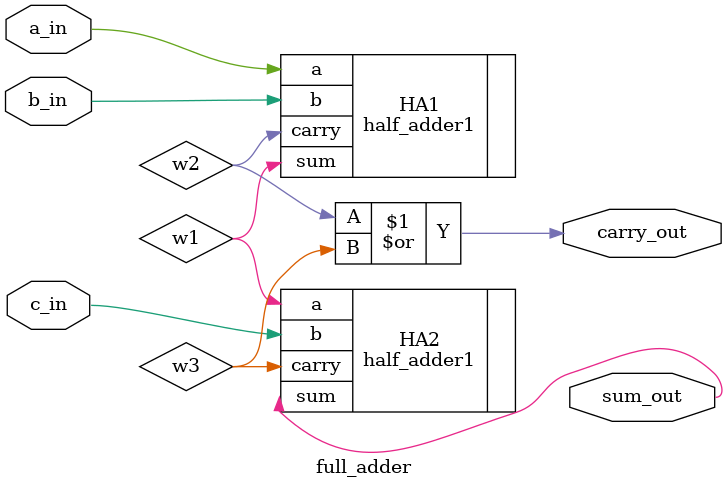
<source format=v>
module full_adder(a_in,b_in,c_in,sum_out,carry_out);
        input a_in,b_in,c_in;
        output sum_out,carry_out;
        wire w1,w2,w3;
        half_adder1 HA1(.a(a_in), .b(b_in), .sum(w1), .carry(w2));
        half_adder1 HA2(.a(w1), .b(c_in), .sum(sum_out), .carry(w3));
        or or1(carry_out,w2,w3);
        
 endmodule


</source>
